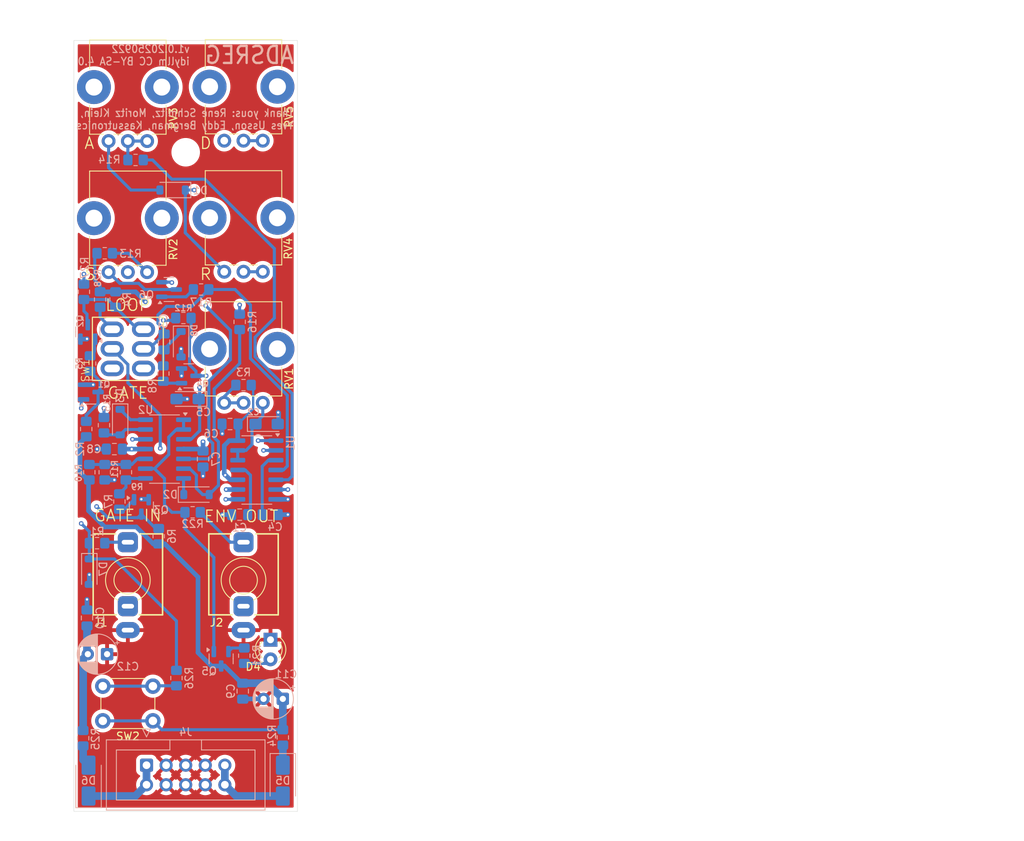
<source format=kicad_pcb>
(kicad_pcb (version 20241229) (generator "pcbnew") (generator_version "9.0")
  (title_block (title "ADSR EG") (date "2025-09-27") (rev "1.0") (company "idyllm") (comment 1 "CC BY-SA 4.0") (comment 3 "Yves Usson, Kausstronics, Jonathan Jacky") (comment 4 "References: Rene Schmitz, Moritz Klein, Eddy Bergman"))
  (layers (0 "F.Cu" signal) (4 "In1.Cu" signal) (6 "In2.Cu" signal) (2 "B.Cu" signal) (13 "F.Paste" user) (15 "B.Paste" user) (5 "F.SilkS" user "F.Silkscreen") (7 "B.SilkS" user "B.Silkscreen") (1 "F.Mask" user) (3 "B.Mask" user) (25 "Edge.Cuts" user))
  (net 0 "")
  (net 1 "Net-(Q2-C)")
  (net 2 "Net-(D2-K)")
  (net 3 "GND")
  (net 4 "+12V")
  (net 5 "-12V")
  (net 6 "Net-(D1-K)")
  (net 7 "Net-(D3-K)")
  (net 8 "Net-(D4-A)")
  (net 9 "Net-(D5-K)")
  (net 10 "Net-(D6-A)")
  (net 11 "Net-(D6-K)")
  (net 12 "Net-(Q1-C)")
  (net 13 "Net-(Q3-C)")
  (net 14 "Net-(Q3-B)")
  (net 15 "Net-(J1-PadT)")
  (net 16 "Net-(J2-PadT)")
  (net 17 "Net-(U2B-+)")
  (net 20 "Net-(U1B-CV)")
  (net 21 "Net-(U1B-DIS)")
  (net 22 "Net-(U1A-CV)")
  (net 23 "Net-(D1-A)")
  (net 24 "Net-(D5-A)")
  (net 25 "Net-(Q4-C)")
  (net 26 "Net-(Q4-B)")
  (net 27 "Net-(Q5-B)")
  (net 28 "Net-(Q5-E)")
  (net 29 "Net-(R3-Pad2)")
  (net 30 "Net-(R7-Pad2)")
  (net 31 "Net-(U2C-+)")
  (net 32 "Net-(R13-Pad2)")
  (net 33 "Net-(U1A-Q)")
  (net 34 "Net-(R14-Pad2)")
  (net 35 "Net-(R15-Pad2)")
  (net 36 "Net-(R16-Pad2)")
  (net 37 "Net-(Q2-B)")
  (net 38 "Net-(R26-Pad2)")
  (net 39 "Net-(D8-K)")
  (net 40 "Net-(D7-K)")
  (net 41 "Net-(SW1B-A)")
  (net 42 "Net-(SW1A-C)")
  (net 43 "Net-(Q6-G)")
  (net 44 "Net-(D2-A)")
  (net 45 "Net-(D3-A)")
  (net 46 "Net-(Q6-D)")
  (net 47 "Net-(Q6-S)")
  (net 48 "Net-(SW1B-B)")
  (net 49 "Net-(SW1A-B)")
  (footprint "Potentiometer_THT:Potentiometer_Bourns_PTV09A-1_Single_Vertical" (layer "F.Cu") (at 124.5 63 90)
    (property "Reference" "RV5")
    (property "Value" "A1M")
  )
  (footprint "AudioJacks:Jack_3.5mm_QingPu_WQP-PJ301M-12_Vertical" (layer "F.Cu") (at 122 120)
    (property "Reference" "J2")
    (property "Value" "MonoJack")
  )
  (footprint "Potentiometer_THT:Potentiometer_Bourns_PTV09A-1_Single_Vertical" (layer "F.Cu") (at 109.5 63.05 90)
    (property "Reference" "RV3")
    (property "Value" "A1M")
  )
  (footprint "Switches:SW_Dailywell_DPDT_2MD1T1B1M1" (layer "F.Cu") (at 107 90 180)
    (property "Reference" "SW1")
    (property "Value" "SW_DPDT_x2")
  )
  (footprint "Potentiometer_THT:Potentiometer_Bourns_PTV09A-1_Single_Vertical" (layer "F.Cu") (at 124.5 80 90)
    (property "Reference" "RV4")
    (property "Value" "A1M")
  )
  (footprint "MountingHole:MountingHole_3.2mm_M3_DIN965" (layer "F.Cu") (at 114.5 64.5)
    (property "Reference" "H1" (hide yes))
    (property "Value" "MountingHole")
  )
  (footprint "LED_THT:LED_D3.0mm" (layer "F.Cu") (at 125.5 127.73 -90)
    (property "Reference" "D4")
    (property "Value" "LED")
  )
  (footprint "Potentiometer_THT:Potentiometer_Bourns_PTV09A-1_Single_Vertical" (layer "F.Cu") (at 124.5 97 90)
    (property "Reference" "RV1")
    (property "Value" "1M")
  )
  (footprint "AudioJacks:Jack_3.5mm_QingPu_WQP-PJ301M-12_Vertical" (layer "F.Cu") (at 107 120)
    (property "Reference" "J1")
    (property "Value" "MonoJack")
  )
  (footprint "Potentiometer_THT:Potentiometer_Bourns_PTV09A-1_Single_Vertical" (layer "F.Cu") (at 109.5 80.05 90)
    (property "Reference" "RV2")
    (property "Value" "B10k")
  )
  (footprint "Button_Switch_THT:SW_PUSH_6mm" (layer "F.Cu") (at 110.25 138.25 180)
    (property "Reference" "SW2")
    (property "Value" "SW_Push")
  )
  (footprint "Capacitor_SMD:C_0805_2012Metric_Pad1.18x1.45mm_HandSolder" (layer "B.Cu") (at 111.7 89.1 90)
    (property "Reference" "C3")
    (property "Value" "10n")
  )
  (footprint "Capacitor_SMD:C_0805_2012Metric_Pad1.18x1.45mm_HandSolder" (layer "B.Cu") (at 121.5 111.5)
    (property "Reference" "C1")
    (property "Value" "10n")
  )
  (footprint "Package_TO_SOT_SMD:SOT-23" (layer "B.Cu") (at 108.75 110.5 -90)
    (property "Reference" "Q3")
    (property "Value" "BC847")
  )
  (footprint "Package_TO_SOT_SMD:SOT-23" (layer "B.Cu") (at 114.9 93.5)
    (property "Reference" "Q4")
    (property "Value" "BC847")
  )
  (footprint "Resistor_SMD:R_0805_2012Metric_Pad1.20x1.40mm_HandSolder" (layer "B.Cu") (at 122.1 129.8 90)
    (property "Reference" "R21")
    (property "Value" "1k")
  )
  (footprint "Resistor_SMD:R_0805_2012Metric_Pad1.20x1.40mm_HandSolder" (layer "B.Cu") (at 102 106 -90)
    (property "Reference" "R10")
    (property "Value" "120k")
  )
  (footprint "Capacitor_SMD:C_0805_2012Metric_Pad1.18x1.45mm_HandSolder" (layer "B.Cu") (at 105.25 103 180)
    (property "Reference" "C8")
    (property "Value" "100n")
  )
  (footprint "Resistor_SMD:R_0805_2012Metric_Pad1.20x1.40mm_HandSolder" (layer "B.Cu") (at 122 94.7 180)
    (property "Reference" "R3")
    (property "Value" "10k")
  )
  (footprint "Capacitor_SMD:C_0805_2012Metric_Pad1.18x1.45mm_HandSolder" (layer "B.Cu") (at 121.9 134.4 90)
    (property "Reference" "C9")
    (property "Value" "100n")
  )
  (footprint "Diode_SMD:D_SOD-123" (layer "B.Cu") (at 106 99.5 -90)
    (property "Reference" "D3")
    (property "Value" "1N4148")
  )
  (footprint "Package_TO_SOT_SMD:SOT-23" (layer "B.Cu") (at 112.3375 82.3)
    (property "Reference" "Q6")
    (property "Value" "2N7002K")
  )
  (footprint "Capacitor_Tantalum_SMD:CP_EIA-3216-18_Kemet-A_HandSolder" (layer "B.Cu") (at 114.75 96.5 180)
    (property "Reference" "C5")
    (property "Value" "4U7")
  )
  (footprint "Resistor_SMD:R_0805_2012Metric_Pad1.20x1.40mm_HandSolder" (layer "B.Cu") (at 106.75 106 -90)
    (property "Reference" "R9")
    (property "Value" "270k")
  )
  (footprint "Resistor_SMD:R_0805_2012Metric_Pad1.20x1.40mm_HandSolder" (layer "B.Cu") (at 102.1 91.9 -90)
    (property "Reference" "R5")
    (property "Value" "22k")
  )
  (footprint "Resistor_SMD:R_0805_2012Metric_Pad1.20x1.40mm_HandSolder" (layer "B.Cu") (at 114.2 86)
    (property "Reference" "R12")
    (property "Value" "4k7")
  )
  (footprint "Resistor_SMD:R_0805_2012Metric_Pad1.20x1.40mm_HandSolder" (layer "B.Cu") (at 101.2 140.5 90)
    (property "Reference" "R25")
    (property "Value" "10R")
  )
  (footprint "Resistor_SMD:R_0805_2012Metric_Pad1.20x1.40mm_HandSolder" (layer "B.Cu") (at 111 114.3 90)
    (property "Reference" "R6")
    (property "Value" "10k")
  )
  (footprint "Capacitor_THT:CP_Radial_D5.0mm_P2.50mm" (layer "B.Cu") (at 127.1 135.4 180)
    (property "Reference" "C11")
    (property "Value" "10u")
  )
  (footprint "Package_TO_SOT_SMD:SOT-23" (layer "B.Cu") (at 102.2 95.6)
    (property "Reference" "Q1")
    (property "Value" "BC847")
  )
  (footprint "Capacitor_SMD:C_0805_2012Metric_Pad1.18x1.45mm_HandSolder" (layer "B.Cu") (at 116.75 104.2875 90)
    (property "Reference" "C7")
    (property "Value" "100n")
  )
  (footprint "Diode_SMD:D_SOD-123" (layer "B.Cu") (at 102 118.9 -90)
    (property "Reference" "D7")
    (property "Value" "1N4148")
  )
  (footprint "Resistor_SMD:R_0805_2012Metric_Pad1.20x1.40mm_HandSolder" (layer "B.Cu") (at 113.3 132.7 -90)
    (property "Reference" "R26")
    (property "Value" "10k")
  )
  (footprint "Resistor_SMD:R_0805_2012Metric_Pad1.20x1.40mm_HandSolder" (layer "B.Cu") (at 103 115.2 180)
    (property "Reference" "R1")
    (property "Value" "10k")
  )
  (footprint "Resistor_SMD:R_0805_2012Metric_Pad1.20x1.40mm_HandSolder" (layer "B.Cu") (at 101.6 100.4 -90)
    (property "Reference" "R2")
    (property "Value" "4k7")
  )
  (footprint "Resistor_SMD:R_0805_2012Metric_Pad1.20x1.40mm_HandSolder" (layer "B.Cu") (at 116.5 82.3)
    (property "Reference" "R17")
    (property "Value" "1M")
  )
  (footprint "Resistor_SMD:R_0805_2012Metric_Pad1.20x1.40mm_HandSolder" (layer "B.Cu") (at 115.4 111.2)
    (property "Reference" "R22")
    (property "Value" "1k")
  )
  (footprint "Resistor_SMD:R_0805_2012Metric_Pad1.20x1.40mm_HandSolder" (layer "B.Cu") (at 108 65.5 180)
    (property "Reference" "R14")
    (property "Value" "100")
  )
  (footprint "Diode_SMD:D_SOD-123" (layer "B.Cu") (at 112.8 69.4 180)
    (property "Reference" "D1")
    (property "Value" "1N4148")
  )
  (footprint "Capacitor_SMD:C_0805_2012Metric_Pad1.18x1.45mm_HandSolder" (layer "B.Cu") (at 120.25 99.75)
    (property "Reference" "C6")
    (property "Value" "100n")
  )
  (footprint "Package_SO:SOIC-14_3.9x8.7mm_P1.27mm" (layer "B.Cu") (at 123.725 105.71 180)
    (property "Reference" "U1")
    (property "Value" "ICM7556")
  )
  (footprint "Resistor_SMD:R_0805_2012Metric_Pad1.20x1.40mm_HandSolder" (layer "B.Cu") (at 111.6 93.2 90)
    (property "Reference" "R8")
    (property "Value" "10k")
  )
  (footprint "Resistor_SMD:R_0805_2012Metric_Pad1.20x1.40mm_HandSolder" (layer "B.Cu") (at 105.9 109.8 90)
    (property "Reference" "R7")
    (property "Value" "22k")
  )
  (footprint "Resistor_SMD:R_0805_2012Metric_Pad1.20x1.40mm_HandSolder" (layer "B.Cu") (at 127.1 140.4 90)
    (property "Reference" "R24")
    (property "Value" "10R")
  )
  (footprint "Resistor_SMD:R_0805_2012Metric_Pad1.20x1.40mm_HandSolder" (layer "B.Cu") (at 104 77.6)
    (property "Reference" "R13")
    (property "Value" "4k7")
  )
  (footprint "Package_TO_SOT_SMD:SOT-23" (layer "B.Cu") (at 119.1 130.2 -90)
    (property "Reference" "Q5")
    (property "Value" "BC847")
  )
  (footprint "Capacitor_SMD:C_0805_2012Metric_Pad1.18x1.45mm_HandSolder" (layer "B.Cu") (at 125.4625 111.5 180)
    (property "Reference" "C4")
    (property "Value" "10n")
  )
  (footprint "Package_SO:SOIC-14_3.9x8.7mm_P1.27mm" (layer "B.Cu") (at 111.75 103 180)
    (property "Reference" "U2")
    (property "Value" "TL074")
  )
  (footprint "Package_TO_SOT_SMD:SOT-23" (layer "B.Cu") (at 101.8 87.8 90)
    (property "Reference" "Q2")
    (property "Value" "BC847")
  )
  (footprint "Capacitor_SMD:C_0805_2012Metric_Pad1.18x1.45mm_HandSolder" (layer "B.Cu") (at 101.7 124.9 90)
    (property "Reference" "C10")
    (property "Value" "100n")
  )
  (footprint "Resistor_SMD:R_0805_2012Metric_Pad1.20x1.40mm_HandSolder" (layer "B.Cu") (at 103.9 99.9 90)
    (property "Reference" "R15")
    (property "Value" "100")
  )
  (footprint "Resistor_SMD:R_0805_2012Metric_Pad1.20x1.40mm_HandSolder" (layer "B.Cu") (at 101.3 82.6 90)
    (property "Reference" "R27")
    (property "Value" "1M")
  )
  (footprint "Resistor_SMD:R_0805_2012Metric_Pad1.20x1.40mm_HandSolder" (layer "B.Cu") (at 105.4 83.6 -90)
    (property "Reference" "R4")
    (property "Value" "4k7")
  )
  (footprint "Resistor_SMD:R_0805_2012Metric_Pad1.20x1.40mm_HandSolder" (layer "B.Cu") (at 121.5 86.5 90)
    (property "Reference" "R16")
    (property "Value" "100")
  )
  (footprint "Diode_SMD:D_SMA" (layer "B.Cu") (at 127.1 146 -90)
    (property "Reference" "D5")
    (property "Value" "B140-E3")
  )
  (footprint "Capacitor_Tantalum_SMD:CP_EIA-3216-18_Kemet-A_HandSolder" (layer "B.Cu") (at 125 99.75)
    (property "Reference" "C2")
    (property "Value" "4U7")
  )
  (footprint "Diode_SMD:D_SOD-123" (layer "B.Cu") (at 113.9 89.4 -90)
    (property "Reference" "D8")
    (property "Value" "1N4148")
  )
  (footprint "Resistor_SMD:R_0805_2012Metric_Pad1.20x1.40mm_HandSolder" (layer "B.Cu") (at 104 106 90)
    (property "Reference" "R11")
    (property "Value" "4k7")
  )
  (footprint "Diode_SMD:D_SOD-123" (layer "B.Cu") (at 115.9 108.9)
    (property "Reference" "D2")
    (property "Value" "1N4148")
  )
  (footprint "Capacitor_THT:CP_Radial_D5.0mm_P2.50mm" (layer "B.Cu") (at 104.305113 129.6 180)
    (property "Reference" "C12")
    (property "Value" "10u")
  )
  (footprint "Diode_SMD:D_SMA" (layer "B.Cu") (at 101.9 146 90)
    (property "Reference" "D6")
    (property "Value" "B140-E3")
  )
  (footprint "Resistor_SMD:R_0805_2012Metric_Pad1.20x1.40mm_HandSolder" (layer "B.Cu") (at 103.4 83.6 -90)
    (property "Reference" "R28")
    (property "Value" "10k")
  )
  (footprint "Connector_IDC:IDC-Header_2x05_P2.54mm_Vertical" (layer "B.Cu") (at 109.42 144 -90)
    (property "Reference" "J4")
    (property "Value" "Conn_02x05_Odd_Even")
  )
  (gr_rect (start 100 50) (end 129 150) (stroke (width 0.05)) (fill no) (layer "Edge.Cuts"))
  (gr_text "GATE" (at 107 96.6 0) (layer "F.SilkS") (effects (font (size 1.5 1.5)) (justify bottom)))
  (gr_text "LOOP" (at 107 85.2 0) (layer "F.SilkS") (effects (font (size 1.5 1.5)) (justify bottom)))
  (gr_text "D" (at 117.1 64.2 0) (layer "F.SilkS") (effects (font (size 1.5 1.5)) (justify bottom)))
  (gr_text "S" (at 102.1 81.2 0) (layer "F.SilkS") (effects (font (size 1.5 1.5)) (justify bottom)))
  (gr_text "ENV OUT" (at 121.7 112.6 0) (layer "F.SilkS") (effects (font (size 1.5 1.5)) (justify bottom)))
  (gr_text "GATE IN" (at 107 112.5 0) (layer "F.SilkS") (effects (font (size 1.5 1.5)) (justify bottom)))
  (gr_text "A" (at 102 64.2 0) (layer "F.SilkS") (effects (font (size 1.5 1.5)) (justify bottom)))
  (gr_text "R" (at 117.1 81.2 0) (layer "F.SilkS") (effects (font (size 1.5 1.5)) (justify bottom)))
  (gr_text "Thank yous: Rene Schmitz, Moritz Klein, \nYves Usson, Eddy Bergman, Kassutronics" (at 128.6 61.6 0) (layer "B.SilkS") (effects (font (size 1 0.9)) (justify left bottom mirror)))
  (gr_text "v1.0.20250922\nidyllm CC BY-SA 4.0" (at 115.1 53.3 0) (layer "B.SilkS") (effects (font (size 1 0.9)) (justify left bottom mirror)))
  (gr_text "ADSREG" (at 128.7 53.2 0) (layer "B.SilkS") (effects (font (size 2.2 2) (thickness 0.3)) (justify left bottom mirror)))
  (segment (start 105.4 84.6) (end 108.26 87.46) (width 0.4) (layer "B.Cu") (net 1))
  (segment (start 105.4 84.6) (end 104.4 83.6) (width 0.4) (layer "B.Cu") (net 1))
  (segment (start 101.3 83.6) (end 101.3 85.1) (width 0.4) (layer "B.Cu") (net 1))
  (segment (start 108.26 87.46) (end 109.03 87.46) (width 0.4) (layer "B.Cu") (net 1))
  (segment (start 104.4 83.6) (end 101.3 83.6) (width 0.4) (layer "B.Cu") (net 1))
  (segment (start 101.3 85.1) (end 101.7 85.5) (width 0.4) (layer "B.Cu") (net 1))
  (segment (start 101.7 85.5) (end 101.7 86.8625) (width 0.4) (layer "B.Cu") (net 1))
  (segment (start 114.225 106.81) (end 114.225 108.875) (width 0.4) (layer "B.Cu") (net 2))
  (segment (start 114.225 108.875) (end 114.25 108.9) (width 0.4) (layer "B.Cu") (net 2))
  (via (at 114.7 96.5) (size 0.6) (drill 0.3) (layers "F.Cu" "B.Cu") (net 3))
  (via (at 126.5 98.25) (size 0.6) (drill 0.3) (layers "F.Cu" "B.Cu") (net 3))
  (via (at 113.9625 93.5) (size 0.6) (drill 0.3) (layers "F.Cu" "B.Cu") (net 3))
  (via (at 102 119.3) (size 0.6) (drill 0.3) (layers "F.Cu" "B.Cu") (net 3))
  (via (at 119.25 111.5) (size 0.6) (drill 0.3) (layers "F.Cu" "B.Cu") (net 3))
  (via (at 105.25 107) (size 0.6) (drill 0.3) (layers "F.Cu" "B.Cu") (net 3))
  (via (at 113.9 90) (size 0.6) (drill 0.3) (layers "F.Cu" "B.Cu") (net 3))
  (via (at 127.75 111.5) (size 0.6) (drill 0.3) (layers "F.Cu" "B.Cu") (net 3))
  (via (at 102.5 94.65) (size 0.6) (drill 0.3) (layers "F.Cu" "B.Cu") (net 3))
  (via (at 127.75 109.52) (size 0.6) (drill 0.3) (layers "F.Cu" "B.Cu") (net 3))
  (via (at 101.7 88.7) (size 0.6) (drill 0.3) (layers "F.Cu" "B.Cu") (net 3))
  (via (at 108.75 109.5) (size 0.6) (drill 0.3) (layers "F.Cu" "B.Cu") (net 3))
  (via (at 101.7 122.5) (size 0.6) (drill 0.3) (layers "F.Cu" "B.Cu") (net 3))
  (via (at 103 103) (size 0.6) (drill 0.3) (layers "F.Cu" "B.Cu") (net 3))
  (via (at 116.75 106.5) (size 0.6) (drill 0.3) (layers "F.Cu" "B.Cu") (net 3))
  (via (at 119.25 101) (size 0.6) (drill 0.3) (layers "F.Cu" "B.Cu") (net 3))
  (segment (start 120.4625 111.5) (end 119.25 111.5) (width 0.6) (layer "B.Cu") (net 3))
  (segment (start 126.5 98.25) (end 126.5625 98.3125) (width 0.6) (layer "B.Cu") (net 3))
  (segment (start 105.25 107) (end 104 107) (width 0.6) (layer "B.Cu") (net 3))
  (segment (start 116.75 106.5) (end 116.75 105.325) (width 0.6) (layer "B.Cu") (net 3))
  (segment (start 113.9625 92.55) (end 113.9625 93.5) (width 0.6) (layer "B.Cu") (net 3))
  (segment (start 101.7 122.5) (end 101.7 123.8625) (width 0.6) (layer "B.Cu") (net 3))
  (segment (start 119.25 101) (end 119.2125 100.9625) (width 0.6) (layer "B.Cu") (net 3))
  (segment (start 108.75 109.5) (end 109.6375 109.5) (width 0.6) (layer "B.Cu") (net 3))
  (segment (start 114.7 96.5) (end 113.1875 96.5) (width 0.6) (layer "B.Cu") (net 3))
  (segment (start 101.6625 88.7375) (end 100.801 88.7375) (width 0.6) (layer "B.Cu") (net 3))
  (segment (start 113.9 91.05) (end 113.9 90) (width 0.6) (layer "B.Cu") (net 3))
  (segment (start 104.2125 103) (end 103 103) (width 0.6) (layer "B.Cu") (net 3))
  (segment (start 126.2 109.52) (end 127.75 109.52) (width 0.6) (layer "B.Cu") (net 3))
  (segment (start 126.5 111.5) (end 127.75 111.5) (width 0.6) (layer "B.Cu") (net 3))
  (segment (start 101.7 88.7) (end 101.6625 88.7375) (width 0.6) (layer "B.Cu") (net 3))
  (segment (start 121.9375 135.4) (end 121.9 135.4375) (width 0.6) (layer "B.Cu") (net 3))
  (segment (start 102.5 94.65) (end 101.1625 94.65) (width 0.6) (layer "B.Cu") (net 3))
  (segment (start 102 119.3) (end 102 120.55) (width 0.6) (layer "B.Cu") (net 3))
  (segment (start 119.2125 100.9625) (end 119.2125 99.75) (width 0.6) (layer "B.Cu") (net 3))
  (segment (start 124.6 135.4) (end 121.9375 135.4) (width 0.6) (layer "B.Cu") (net 3))
  (segment (start 109.6375 109.5) (end 109.7 109.5625) (width 0.6) (layer "B.Cu") (net 3))
  (segment (start 126.5625 98.3125) (end 126.5625 99.75) (width 0.6) (layer "B.Cu") (net 3))
  (via (at 119.625 106.375) (size 0.6) (drill 0.3) (layers "F.Cu" "B.Cu") (net 4))
  (via (at 109.3 83.9) (size 0.6) (drill 0.3) (layers "F.Cu" "B.Cu") (net 4))
  (via (at 116.75 102.05) (size 0.6) (drill 0.3) (layers "F.Cu" "B.Cu") (net 4))
  (via (at 111.6 86.3) (size 0.6) (drill 0.3) (layers "F.Cu" "B.Cu") (net 4))
  (segment (start 114.225 103) (end 116.5 103) (width 0.6) (layer "B.Cu") (net 4))
  (segment (start 125.0625 133.3625) (end 127.1 135.4) (width 1) (layer "B.Cu") (net 4))
  (segment (start 127.1 135.4) (end 127.1 139.4) (width 1) (layer "B.Cu") (net 4))
  (segment (start 119.1 131.1375) (end 117.8375 131.1375) (width 0.6) (layer "B.Cu") (net 4))
  (segment (start 101.8 107) (end 102 107) (width 0.6) (layer "B.Cu") (net 4))
  (segment (start 108.1 113.1) (end 104.000058 113.1) (width 0.6) (layer "B.Cu") (net 4))
  (segment (start 116.1 119.6) (end 111.8 115.3) (width 0.6) (layer "B.Cu") (net 4))
  (segment (start 116.75 102.05) (end 116.75 103.25) (width 0.6) (layer "B.Cu") (net 4))
  (segment (start 119.1 131.1375) (end 119.5375 131.1375) (width 0.6) (layer "B.Cu") (net 4))
  (segment (start 103 77.6) (end 102.7 77.9) (width 0.4) (layer "B.Cu") (net 4))
  (segment (start 110.3 115.3) (end 108.1 113.1) (width 0.6) (layer "B.Cu") (net 4))
  (segment (start 123.25 97.7875) (end 121.2875 99.75) (width 0.3) (layer "B.Cu") (net 4))
  (segment (start 103.4 81.8) (end 103.4 82.6) (width 0.4) (layer "B.Cu") (net 4))
  (segment (start 105.4 82.6) (end 108 82.6) (width 0.6) (layer "B.Cu") (net 4))
  (segment (start 121.25 106.98) (end 120.275001 106.98) (width 0.6) (layer "B.Cu") (net 4))
  (segment (start 101.6 101.4) (end 100.8 102.2) (width 0.6) (layer "B.Cu") (net 4))
  (segment (start 101.899 107.101) (end 102 107) (width 0.6) (layer "B.Cu") (net 4))
  (segment (start 111.4 139.4) (end 110.25 138.25) (width 0.4) (layer "B.Cu") (net 4))
  (segment (start 100.8 106) (end 101.8 107) (width 0.6) (layer "B.Cu") (net 4))
  (segment (start 100.8 102.2) (end 100.8 106) (width 0.6) (layer "B.Cu") (net 4))
  (segment (start 116.1 129.4) (end 116.1 119.6) (width 0.6) (layer "B.Cu") (net 4))
  (segment (start 127.1 139.4) (end 111.4 139.4) (width 0.4) (layer "B.Cu") (net 4))
  (segment (start 104.000058 113.1) (end 101.899 110.998942) (width 0.6) (layer "B.Cu") (net 4))
  (segment (start 112.9 86.3) (end 111.6 86.3) (width 0.4) (layer "B.Cu") (net 4))
  (segment (start 119.5375 131.1375) (end 121.7625 133.3625) (width 0.6) (layer "B.Cu") (net 4))
  (segment (start 121.25 99.7875) (end 121.2875 99.75) (width 0.4) (layer "B.Cu") (net 4))
  (segment (start 123.25 94.95) (end 123.25 97.7875) (width 0.3) (layer "B.Cu") (net 4))
  (segment (start 121.9 133.3625) (end 125.0625 133.3625) (width 1) (layer "B.Cu") (net 4))
  (segment (start 111.8 115.3) (end 111 115.3) (width 0.6) (layer "B.Cu") (net 4))
  (segment (start 114.2625 102.9625) (end 114.225 103) (width 0.6) (layer "B.Cu") (net 4))
  (segment (start 102.7 81.1) (end 103.4 81.8) (width 0.4) (layer "B.Cu") (net 4))
  (segment (start 111 115.3) (end 110.3 115.3) (width 0.6) (layer "B.Cu") (net 4))
  (segment (start 121.7625 133.3625) (end 121.9 133.3625) (width 0.6) (layer "B.Cu") (net 4))
  (segment (start 113.2 86) (end 112.9 86.3) (width 0.4) (layer "B.Cu") (net 4))
  (segment (start 120.15 101.9) (end 121.25 101.9) (width 0.6) (layer "B.Cu") (net 4))
  (segment (start 116.5 103) (end 116.75 103.25) (width 0.6) (layer "B.Cu") (net 4))
  (segment (start 103.4 82.6) (end 105.4 82.6) (width 0.6) (layer "B.Cu") (net 4))
  (segment (start 102.7 77.9) (end 102.7 81.1) (width 0.4) (layer "B.Cu") (net 4))
  (segment (start 119.5 106.204999) (end 119.5 102.55) (width 0.6) (layer "B.Cu") (net 4))
  (segment (start 110.25 138.25) (end 103.75 138.25) (width 0.4) (layer "B.Cu") (net 4))
  (segment (start 123 94.7) (end 123.25 94.95) (width 0.4) (layer "B.Cu") (net 4))
  (segment (start 101.899 110.998942) (end 101.899 107.101) (width 0.6) (layer "B.Cu") (net 4))
  (segment (start 121.25 101.9) (end 121.25 99.7875) (width 0.6) (layer "B.Cu") (net 4))
  (segment (start 108 82.6) (end 109.3 83.9) (width 0.6) (layer "B.Cu") (net 4))
  (segment (start 120.275001 106.98) (end 119.5 106.204999) (width 0.6) (layer "B.Cu") (net 4))
  (segment (start 117.8375 131.1375) (end 116.1 129.4) (width 0.6) (layer "B.Cu") (net 4))
  (segment (start 119.5 102.55) (end 120.15 101.9) (width 0.6) (layer "B.Cu") (net 4))
  (via (at 107.5 103) (size 0.6) (drill 0.3) (layers "F.Cu" "B.Cu") (net 5))
  (segment (start 101.7 125.9375) (end 101.7 129.494887) (width 1) (layer "B.Cu") (net 5))
  (segment (start 107.5 103) (end 109.275 103) (width 0.6) (layer "B.Cu") (net 5))
  (segment (start 101.2 139.5) (end 101.2 130.205113) (width 1) (layer "B.Cu") (net 5))
  (segment (start 101.2 130.205113) (end 101.805113 129.6) (width 1) (layer "B.Cu") (net 5))
  (segment (start 101.7 129.494887) (end 101.805113 129.6) (width 1) (layer "B.Cu") (net 5))
  (segment (start 107.5 103) (end 106.2875 103) (width 0.6) (layer "B.Cu") (net 5))
  (via (at 115.6 69.4) (size 0.6) (drill 0.3) (layers "F.Cu" "B.Cu") (net 6))
  (via (at 124.6 103.17) (size 0.6) (drill 0.3) (layers "F.Cu" "B.Cu") (net 6))
  (via (at 116.3 95) (size 0.6) (drill 0.3) (layers "F.Cu" "B.Cu") (net 6))
  (segment (start 116.3125 98.2) (end 116.3125 100.617499) (width 0.4) (layer "B.Cu") (net 6))
  (segment (start 116.3125 96.5) (end 116.3125 95.0125) (width 0.4) (layer "B.Cu") (net 6))
  (segment (start 124.6 103.17) (end 126.2 103.17) (width 0.4) (layer "B.Cu") (net 6))
  (segment (start 115.199999 101.73) (end 114.225 101.73) (width 0.4) (layer "B.Cu") (net 6))
  (segment (start 114.45 69.4) (end 114.45 74.95) (width 0.4) (layer "B.Cu") (net 6))
  (segment (start 119.4 80.1) (end 119.5 80) (width 0.4) (layer "B.Cu") (net 6))
  (segment (start 116.3125 95.0125) (end 116.3 95) (width 0.4) (layer "B.Cu") (net 6))
  (segment (start 114.45 69.4) (end 115.6 69.4) (width 0.4) (layer "B.Cu") (net 6))
  (segment (start 119.5 80) (end 114.45 74.95) (width 0.4) (layer "B.Cu") (net 6))
  (segment (start 116.3125 100.617499) (end 115.199999 101.73) (width 0.4) (layer "B.Cu") (net 6))
  (segment (start 116.3125 96.5) (end 116.3125 98.2) (width 0.4) (layer "B.Cu") (net 6))
  (segment (start 107.34 99.19) (end 106 97.85) (width 0.4) (layer "B.Cu") (net 7))
  (segment (start 109.275 99.19) (end 107.34 99.19) (width 0.4) (layer "B.Cu") (net 7))
  (segment (start 122.1 130.8) (end 124.97 130.8) (width 0.4) (layer "B.Cu") (net 8))
  (segment (start 124.97 130.8) (end 125.5 130.27) (width 0.4) (layer "B.Cu") (net 8))
  (segment (start 127.1 141.4) (end 127.1 144) (width 1) (layer "B.Cu") (net 9))
  (segment (start 101.2 143.3) (end 101.9 144) (width 1) (layer "B.Cu") (net 10))
  (segment (start 101.2 141.5) (end 101.2 143.3) (width 1) (layer "B.Cu") (net 10))
  (segment (start 107.96 148) (end 101.9 148) (width 1) (layer "B.Cu") (net 11))
  (segment (start 109.42 146.54) (end 107.96 148) (width 1) (layer "B.Cu") (net 11))
  (segment (start 109.42 146.54) (end 109.42 144) (width 1) (layer "B.Cu") (net 11))
  (segment (start 103.1375 97.0625) (end 103.1375 95.7) (width 0.4) (layer "B.Cu") (net 12))
  (segment (start 101.6 99.4) (end 101.6 98.6) (width 0.4) (layer "B.Cu") (net 12))
  (segment (start 101.6 98.6) (end 103.1375 97.0625) (width 0.4) (layer "B.Cu") (net 12))
  (segment (start 103.0375 95.6) (end 103.4 95.2375) (width 0.4) (layer "B.Cu") (net 12))
  (segment (start 103.4 94.2) (end 102.1 92.9) (width 0.4) (layer "B.Cu") (net 12))
  (segment (start 103.4 95.2375) (end 103.4 94.2) (width 0.4) (layer "B.Cu") (net 12))
  (segment (start 103.1375 95.7) (end 103.0375 95.6) (width 0.4) (layer "B.Cu") (net 12))
  (via (at 102.95 110.45) (size 0.6) (drill 0.3) (layers "F.Cu" "B.Cu") (net 13))
  (segment (start 108.7875 111.4) (end 108.75 111.4375) (width 0.4) (layer "B.Cu") (net 13))
  (segment (start 111 113.3) (end 110.6125 113.3) (width 0.4) (layer "B.Cu") (net 13))
  (segment (start 108.2875 111.9) (end 108.75 111.4375) (width 0.4) (layer "B.Cu") (net 13))
  (segment (start 104.4 111.9) (end 108.2875 111.9) (width 0.4) (layer "B.Cu") (net 13))
  (segment (start 102.95 110.45) (end 104.4 111.9) (width 0.4) (layer "B.Cu") (net 13))
  (segment (start 110.6125 113.3) (end 108.75 111.4375) (width 0.4) (layer "B.Cu") (net 13))
  (segment (start 105.9 110.8) (end 106.5625 110.8) (width 0.4) (layer "B.Cu") (net 14))
  (segment (start 106.5625 110.8) (end 107.8 109.5625) (width 0.4) (layer "B.Cu") (net 14))
  (segment (start 107 115.08) (end 104.12 115.08) (width 0.4) (layer "B.Cu") (net 15))
  (segment (start 104.12 115.08) (end 104 115.2) (width 0.4) (layer "B.Cu") (net 15))
  (segment (start 120.28 115.08) (end 122 115.08) (width 0.4) (layer "B.Cu") (net 16))
  (segment (start 116.4 111.2) (end 120.28 115.08) (width 0.4) (layer "B.Cu") (net 16))
  (via (at 117.1 84.4) (size 0.6) (drill 0.3) (layers "F.Cu" "B.Cu") (net 17))
  (segment (start 120.3 91.4) (end 117.5 94.2) (width 0.4) (layer "B.Cu") (net 17))
  (segment (start 118 103.74008) (end 117.47008 104.27) (width 0.4) (layer "B.Cu") (net 17))
  (segment (start 117.5 101.75) (end 118 102.25) (width 0.4) (layer "B.Cu") (net 17))
  (segment (start 117.47008 104.27) (end 114.225 104.27) (width 0.4) (layer "B.Cu") (net 17))
  (segment (start 120.3 87.6) (end 120.3 91.4) (width 0.4) (layer "B.Cu") (net 17))
  (segment (start 117.1 84.4) (end 120.3 87.6) (width 0.4) (layer "B.Cu") (net 17))
  (segment (start 117.5 94.2) (end 117.5 101.75) (width 0.4) (layer "B.Cu") (net 17))
  (segment (start 118 102.25) (end 118 103.74008) (width 0.4) (layer "B.Cu") (net 17))
  (segment (start 122.5375 111.5) (end 122.9 111.1375) (width 0.4) (layer "B.Cu") (net 20))
  (segment (start 122.9 111.1375) (end 122.9 106.385001) (width 0.4) (layer "B.Cu") (net 20))
  (segment (start 122.224999 105.71) (end 121.25 105.71) (width 0.4) (layer "B.Cu") (net 20))
  (segment (start 122.9 106.385001) (end 122.224999 105.71) (width 0.4) (layer "B.Cu") (net 20))
  (segment (start 123.1 102.4) (end 122.33 103.17) (width 0.4) (layer "B.Cu") (net 21))
  (segment (start 123.1 100.0875) (end 123.1 102.4) (width 0.4) (layer "B.Cu") (net 21))
  (segment (start 121.25 103.17) (end 121.25 104.44) (width 0.4) (layer "B.Cu") (net 21))
  (segment (start 124.5 97) (end 124.5 98.6875) (width 0.4) (layer "B.Cu") (net 21))
  (segment (start 123.4375 99.75) (end 123.1 100.0875) (width 0.4) (layer "B.Cu") (net 21))
  (segment (start 124.5 98.6875) (end 123.4375 99.75) (width 0.4) (layer "B.Cu") (net 21))
  (segment (start 122.33 103.17) (end 121.25 103.17) (width 0.4) (layer "B.Cu") (net 21))
  (segment (start 125.225001 104.44) (end 126.2 104.44) (width 0.4) (layer "B.Cu") (net 22))
  (segment (start 124.425 105.240001) (end 125.225001 104.44) (width 0.4) (layer "B.Cu") (net 22))
  (segment (start 124.425 111.5) (end 124.425 105.240001) (width 0.4) (layer "B.Cu") (net 22))
  (segment (start 111.15 69.4) (end 107.4 69.4) (width 0.4) (layer "B.Cu") (net 23))
  (segment (start 107.4 69.4) (end 104.5 66.5) (width 0.4) (layer "B.Cu") (net 23))
  (segment (start 104.5 66.5) (end 104.5 63.05) (width 0.4) (layer "B.Cu") (net 23))
  (segment (start 119.58 146.54) (end 121.04 148) (width 1) (layer "B.Cu") (net 24))
  (segment (start 119.58 146.54) (end 119.58 144) (width 1) (layer "B.Cu") (net 24))
  (segment (start 121.04 148) (end 127.1 148) (width 1) (layer "B.Cu") (net 24))
  (via (at 117.15 93.5) (size 0.6) (drill 0.3) (layers "F.Cu" "B.Cu") (net 25))
  (via (at 127.75 108.25) (size 0.6) (drill 0.3) (layers "F.Cu" "B.Cu") (net 25))
  (segment (start 126.2 108.25) (end 127.75 108.25) (width 0.4) (layer "B.Cu") (net 25))
  (segment (start 115.8375 92.904112) (end 115.8375 93.5) (width 0.4) (layer "B.Cu") (net 25))
  (segment (start 114.999 92.065612) (end 115.8375 92.904112) (width 0.4) (layer "B.Cu") (net 25))
  (segment (start 115.2 88.4) (end 114.999 88.601) (width 0.4) (layer "B.Cu") (net 25))
  (segment (start 115.2 86) (end 115.2 88.4) (width 0.4) (layer "B.Cu") (net 25))
  (segment (start 114.999 88.601) (end 114.999 92.065612) (width 0.4) (layer "B.Cu") (net 25))
  (segment (start 117.15 93.5) (end 116.0875 93.5) (width 0.4) (layer "B.Cu") (net 25))
  (segment (start 113.9625 94.45) (end 111.85 94.45) (width 0.4) (layer "B.Cu") (net 26))
  (segment (start 111.85 94.45) (end 111.6 94.2) (width 0.4) (layer "B.Cu") (net 26))
  (segment (start 112.3 101.45) (end 113.29 100.46) (width 0.4) (layer "B.Cu") (net 27))
  (segment (start 114.4 113.3) (end 114.4 111.2) (width 0.4) (layer "B.Cu") (net 27))
  (segment (start 118.15 117.05) (end 114.4 113.3) (width 0.4) (layer "B.Cu") (net 27))
  (segment (start 109.275 105.54) (end 110.46 105.54) (width 0.4) (layer "B.Cu") (net 27))
  (segment (start 114.225 99.19) (end 114.225 100.46) (width 0.4) (layer "B.Cu") (net 27))
  (segment (start 111.75 106.83) (end 111.75 110.2375) (width 0.4) (layer "B.Cu") (net 27))
  (segment (start 112.3 103.7) (end 112.3 101.45) (width 0.4) (layer "B.Cu") (net 27))
  (segment (start 113.29 100.46) (end 114.225 100.46) (width 0.4) (layer "B.Cu") (net 27))
  (segment (start 118.15 129.2625) (end 118.15 117.05) (width 0.4) (layer "B.Cu") (net 27))
  (segment (start 110.46 105.54) (end 112.3 103.7) (width 0.4) (layer "B.Cu") (net 27))
  (segment (start 112.7125 111.2) (end 114.4 111.2) (width 0.4) (layer "B.Cu") (net 27))
  (segment (start 111.75 110.2375) (end 112.7125 111.2) (width 0.4) (layer "B.Cu") (net 27))
  (segment (start 110.46 105.54) (end 111.75 106.83) (width 0.4) (layer "B.Cu") (net 27))
  (segment (start 122.1 128.8) (end 120.5125 128.8) (width 0.4) (layer "B.Cu") (net 28))
  (segment (start 120.5125 128.8) (end 120.05 129.2625) (width 0.4) (layer "B.Cu") (net 28))
  (segment (start 119.5 97) (end 119.5 96.2) (width 0.4) (layer "B.Cu") (net 29))
  (segment (start 119.5 96.2) (end 121 94.7) (width 0.4) (layer "B.Cu") (net 29))
  (segment (start 122 97) (end 119.5 97) (width 0.4) (layer "B.Cu") (net 29))
  (segment (start 106.94 106.81) (end 106.75 107) (width 0.4) (layer "B.Cu") (net 30))
  (segment (start 106.75 107.95) (end 105.9 108.8) (width 0.4) (layer "B.Cu") (net 30))
  (segment (start 106.75 107) (end 106.75 107.95) (width 0.4) (layer "B.Cu") (net 30))
  (segment (start 109.275 106.81) (end 106.94 106.81) (width 0.4) (layer "B.Cu") (net 30))
  (segment (start 109.275 104.27) (end 108.23 104.27) (width 0.4) (layer "B.Cu") (net 31))
  (segment (start 108.23 104.27) (end 107.5 105) (width 0.4) (layer "B.Cu") (net 31))
  (segment (start 104.5 105) (end 106.75 105) (width 0.4) (layer "B.Cu") (net 31))
  (segment (start 107.5 105) (end 106.75 105) (width 0.4) (layer "B.Cu") (net 31))
  (segment (start 102.5 105) (end 104.5 105) (width 0.4) (layer "B.Cu") (net 31))
  (segment (start 107.05 77.6) (end 109.5 80.05) (width 0.4) (layer "B.Cu") (net 32))
  (segment (start 105 77.6) (end 107.05 77.6) (width 0.4) (layer "B.Cu") (net 32))
  (segment (start 126 77) (end 126 86) (width 0.4) (layer "B.Cu") (net 33))
  (segment (start 123.5 88.5) (end 123.5 91) (width 0.4) (layer "B.Cu") (net 33))
  (segment (start 128.299 95.799) (end 128.299 106.509275) (width 0.4) (layer "B.Cu") (net 33))
  (segment (start 117 68) (end 126 77) (width 0.4) (layer "B.Cu") (net 33))
  (segment (start 123.5 91) (end 128.299 95.799) (width 0.4) (layer "B.Cu") (net 33))
  (segment (start 126 86) (end 123.5 88.5) (width 0.4) (layer "B.Cu") (net 33))
  (segment (start 128.299 106.509275) (end 127.828275 106.98) (width 0.4) (layer "B.Cu") (net 33))
  (segment (start 112.7 68) (end 117 68) (width 0.4) (layer "B.Cu") (net 33))
  (segment (start 109 65.5) (end 110.2 65.5) (width 0.4) (layer "B.Cu") (net 33))
  (segment (start 127.828275 106.98) (end 126.2 106.98) (width 0.4) (layer "B.Cu") (net 33))
  (segment (start 110.2 65.5) (end 112.7 68) (width 0.4) (layer "B.Cu") (net 33))
  (segment (start 109.5 63.05) (end 107 63.05) (width 0.4) (layer "B.Cu") (net 34))
  (segment (start 107 65.5) (end 107 63.05) (width 0.4) (layer "B.Cu") (net 34))
  (via (at 103.9 97.7) (size 0.6) (drill 0.3) (layers "F.Cu" "B.Cu") (net 35))
  (segment (start 103.9 98.9) (end 103.9 97.7) (width 0.4) (layer "B.Cu") (net 35))
  (segment (start 122 80) (end 124.5 80) (width 0.4) (layer "B.Cu") (net 35))
  (via (at 121.5 84.3) (size 0.6) (drill 0.3) (layers "F.Cu" "B.Cu") (net 36))
  (segment (start 121.3 85.2) (end 121.2 85.1) (width 0.4) (layer "B.Cu") (net 36))
  (segment (start 122 63) (end 124.5 63) (width 0.4) (layer "B.Cu") (net 36))
  (segment (start 121.5 85.5) (end 121.5 84.3) (width 0.4) (layer "B.Cu") (net 36))
  (segment (start 102.65 90.35) (end 102.1 90.9) (width 0.4) (layer "B.Cu") (net 37))
  (segment (start 102.65 88.7375) (end 102.65 90.35) (width 0.4) (layer "B.Cu") (net 37))
  (segment (start 113.3 133.7) (end 110.3 133.7) (width 0.4) (layer "B.Cu") (net 38))
  (segment (start 110.25 133.75) (end 103.75 133.75) (width 0.4) (layer "B.Cu") (net 38))
  (segment (start 110.3 133.7) (end 110.25 133.75) (width 0.4) (layer "B.Cu") (net 38))
  (segment (start 113.9 87.8375) (end 111.6 90.1375) (width 0.4) (layer "B.Cu") (net 39))
  (segment (start 111.6 92.2) (end 111.6 90.1375) (width 0.4) (layer "B.Cu") (net 39))
  (segment (start 113.9 87.75) (end 113.9 87.8375) (width 0.4) (layer "B.Cu") (net 39))
  (via (at 100.951 97.7) (size 0.6) (drill 0.3) (layers "F.Cu" "B.Cu") (net 40))
  (via (at 100.951 112.651) (size 0.6) (drill 0.3) (layers "F.Cu" "B.Cu") (net 40))
  (via (at 101.3 80.3) (size 0.6) (drill 0.3) (layers "F.Cu" "B.Cu") (net 40))
  (segment (start 100.951 97.7) (end 100.951 96.7615) (width 0.4) (layer "B.Cu") (net 40))
  (segment (start 105.25 117.25) (end 102 117.25) (width 0.4) (layer "B.Cu") (net 40))
  (segment (start 102 115.2) (end 102 117.25) (width 0.4) (layer "B.Cu") (net 40))
  (segment (start 113.3 125.3) (end 105.25 117.25) (width 0.4) (layer "B.Cu") (net 40))
  (segment (start 100.951 112.651) (end 102 113.7) (width 0.4) (layer "B.Cu") (net 40))
  (segment (start 113.3 131.7) (end 113.3 125.3) (width 0.4) (layer "B.Cu") (net 40))
  (segment (start 101.3 81.6) (end 101.3 80.3) (width 0.4) (layer "B.Cu") (net 40))
  (segment (start 100.951 96.7615) (end 101.1625 96.55) (width 0.4) (layer "B.Cu") (net 40))
  (segment (start 102 113.7) (end 102 115.2) (width 0.4) (layer "B.Cu") (net 40))
  (segment (start 103.4 84.6) (end 103.4 85.89) (width 0.4) (layer "B.Cu") (net 41))
  (segment (start 103.4 85.89) (end 104.97 87.46) (width 0.4) (layer "B.Cu") (net 41))
  (segment (start 104.97 87.46) (end 104.97 87.37) (width 0.4) (layer "B.Cu") (net 41))
  (via (at 119.75 108.25) (size 0.6) (drill 0.3) (layers "F.Cu" "B.Cu") (net 42))
  (segment (start 119.75 108.25) (end 121.25 108.25) (width 0.6) (layer "B.Cu") (net 42))
  (segment (start 115.5 82.3) (end 114.55 83.25) (width 0.4) (layer "B.Cu") (net 43))
  (segment (start 114.55 83.25) (end 111.4 83.25) (width 0.4) (layer "B.Cu") (net 43))
  (segment (start 121.5 87.5) (end 121.5 91.9) (width 0.4) (layer "B.Cu") (net 44))
  (segment (start 117.55 108.9) (end 116.7 108.9) (width 0.4) (layer "B.Cu") (net 44))
  (segment (start 116.7 108.9) (end 115.886694 108.086694) (width 0.4) (layer "B.Cu") (net 44))
  (segment (start 115.886694 108.086694) (end 115.886694 106.386694) (width 0.4) (layer "B.Cu") (net 44))
  (segment (start 118.75 102.051) (end 118.75 107.7) (width 0.4) (layer "B.Cu") (net 44))
  (segment (start 121.5 91.9) (end 118.199 95.201) (width 0.4) (layer "B.Cu") (net 44))
  (segment (start 118.75 107.7) (end 117.55 108.9) (width 0.4) (layer "B.Cu") (net 44))
  (segment (start 118.199 101.5) (end 118.75 102.051) (width 0.4) (layer "B.Cu") (net 44))
  (segment (start 115.886694 106.386694) (end 115.04 105.54) (width 0.4) (layer "B.Cu") (net 44))
  (segment (start 115.04 105.54) (end 114.225 105.54) (width 0.4) (layer "B.Cu") (net 44))
  (segment (start 118.199 95.201) (end 118.199 101.5) (width 0.4) (layer "B.Cu") (net 44))
  (segment (start 106 101.15) (end 104.15 101.15) (width 0.4) (layer "B.Cu") (net 45))
  (segment (start 106.69 100.46) (end 109.275 100.46) (width 0.4) (layer "B.Cu") (net 45))
  (segment (start 106 101.15) (end 106.69 100.46) (width 0.4) (layer "B.Cu") (net 45))
  (segment (start 104.15 101.15) (end 103.9 100.9) (width 0.4) (layer "B.Cu") (net 45))
  (segment (start 109.2 82.3) (end 108.4 81.5) (width 0.4) (layer "B.Cu") (net 46))
  (segment (start 113.275 82.3) (end 109.2 82.3) (width 0.4) (layer "B.Cu") (net 46))
  (segment (start 108.4 81.5) (end 105.95 81.5) (width 0.4) (layer "B.Cu") (net 46))
  (segment (start 105.95 81.5) (end 104.5 80.05) (width 0.4) (layer "B.Cu") (net 46))
  (via (at 123.9 101.9) (size 0.6) (drill 0.3) (layers "F.Cu" "B.Cu") (net 47))
  (via (at 112.7 81.4) (size 0.6) (drill 0.3) (layers "F.Cu" "B.Cu") (net 47))
  (segment (start 126.2 101.9) (end 123.9 101.9) (width 0.4) (layer "B.Cu") (net 47))
  (segment (start 111.4 81.35) (end 112.65 81.35) (width 0.4) (layer "B.Cu") (net 47))
  (segment (start 112.65 81.35) (end 112.7 81.4) (width 0.4) (layer "B.Cu") (net 47))
  (via (at 119.7 109.52) (size 0.6) (drill 0.3) (layers "F.Cu" "B.Cu") (net 48))
  (via (at 111.2 102.9) (size 0.6) (drill 0.3) (layers "F.Cu" "B.Cu") (net 48))
  (segment (start 119.7 109.52) (end 121.25 109.52) (width 0.4) (layer "B.Cu") (net 48))
  (segment (start 107 92.03) (end 104.97 90) (width 0.4) (layer "B.Cu") (net 48))
  (segment (start 111.2 102.9) (end 111.2 98.6) (width 0.4) (layer "B.Cu") (net 48))
  (segment (start 107 94.4) (end 107 92.03) (width 0.4) (layer "B.Cu") (net 48))
  (segment (start 111.2 98.6) (end 107 94.4) (width 0.4) (layer "B.Cu") (net 48))
  (via (at 107.6 101.73) (size 0.6) (drill 0.3) (layers "F.Cu" "B.Cu") (net 49))
  (segment (start 109.7625 90) (end 111.7 88.0625) (width 0.4) (layer "B.Cu") (net 49))
  (segment (start 109.03 90) (end 109.7625 90) (width 0.4) (layer "B.Cu") (net 49))
  (segment (start 117.5 82.3) (end 115.3 84.5) (width 0.4) (layer "B.Cu") (net 49))
  (segment (start 111.7 87.475) (end 111.7 88.0625) (width 0.4) (layer "B.Cu") (net 49))
  (segment (start 109.275 101.73) (end 107.6 101.73) (width 0.4) (layer "B.Cu") (net 49))
  (segment (start 110.899 86.674) (end 111.7 87.475) (width 0.4) (layer "B.Cu") (net 49))
  (segment (start 117.5 82.3) (end 120.9 82.3) (width 0.4) (layer "B.Cu") (net 49))
  (segment (start 127.675029 105.20997) (end 127.174999 105.71) (width 0.4) (layer "B.Cu") (net 49))
  (segment (start 112 84.5) (end 110.899 85.601) (width 0.4) (layer "B.Cu") (net 49))
  (segment (start 127.675029 96.024971) (end 127.675029 105.20997) (width 0.4) (layer "B.Cu") (net 49))
  (segment (start 122.899 91.248942) (end 127.675029 96.024971) (width 0.4) (layer "B.Cu") (net 49))
  (segment (start 110.899 85.601) (end 110.899 86.674) (width 0.4) (layer "B.Cu") (net 49))
  (segment (start 127.174999 105.71) (end 126.2 105.71) (width 0.4) (layer "B.Cu") (net 49))
  (segment (start 120.9 82.3) (end 122.899 84.299) (width 0.4) (layer "B.Cu") (net 49))
  (segment (start 115.3 84.5) (end 112 84.5) (width 0.4) (layer "B.Cu") (net 49))
  (segment (start 122.899 84.299) (end 122.899 91.248942) (width 0.4) (layer "B.Cu") (net 49))
  (zone (net 3) (net_name "GND") (layer "F.Cu") (priority 1) (connect_pads (clearance 0.5)) (min_thickness 0.25) (fill yes (thermal_gap 0.5) (thermal_bridge_width 0.5))
    (polygon (pts (xy 129 50) (xy 129 150) (xy 100 150) (xy 100 50)))
  )
)
</source>
